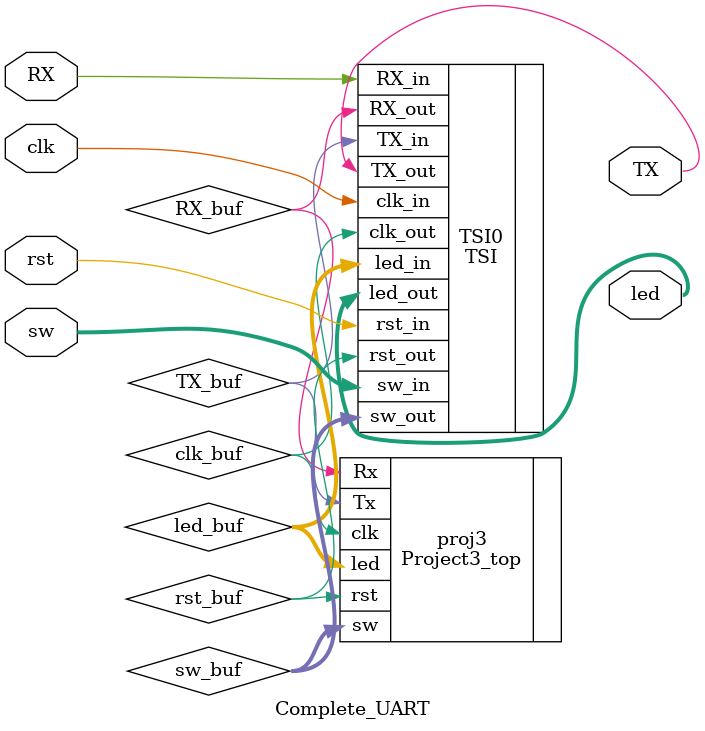
<source format=v>
`timescale 1ns / 1ps
module Complete_UART(clk, rst, sw, led, TX, RX);
	input clk, rst, RX; 
	input [7:0] sw;
	
	output TX;
	output [15:0] led;
	
	wire clk_buf, rst_buf, RX_buf, TX_buf;
	wire [7:0] sw_buf;
	wire [15:0] led_buf;
	Project3_top proj3(.clk(clk_buf), 
							 .rst(rst_buf), 
							 .led(led_buf), 
							 .sw(sw_buf), 
							 .Tx(TX_buf), 
							 .Rx(RX_buf));
	
	
	TSI TSI0 (.clk_in(clk), 
				 .rst_in(rst), 
				 .sw_in(sw), 
				 .RX_in(RX), 
				 .TX_in(TX_buf), 
				 .led_in(led_buf), 
				 .clk_out(clk_buf), 
				 .rst_out(rst_buf), 
				 .RX_out(RX_buf), 
				 .TX_out(TX), 
				 .sw_out(sw_buf), 
				 .led_out(led));
endmodule

</source>
